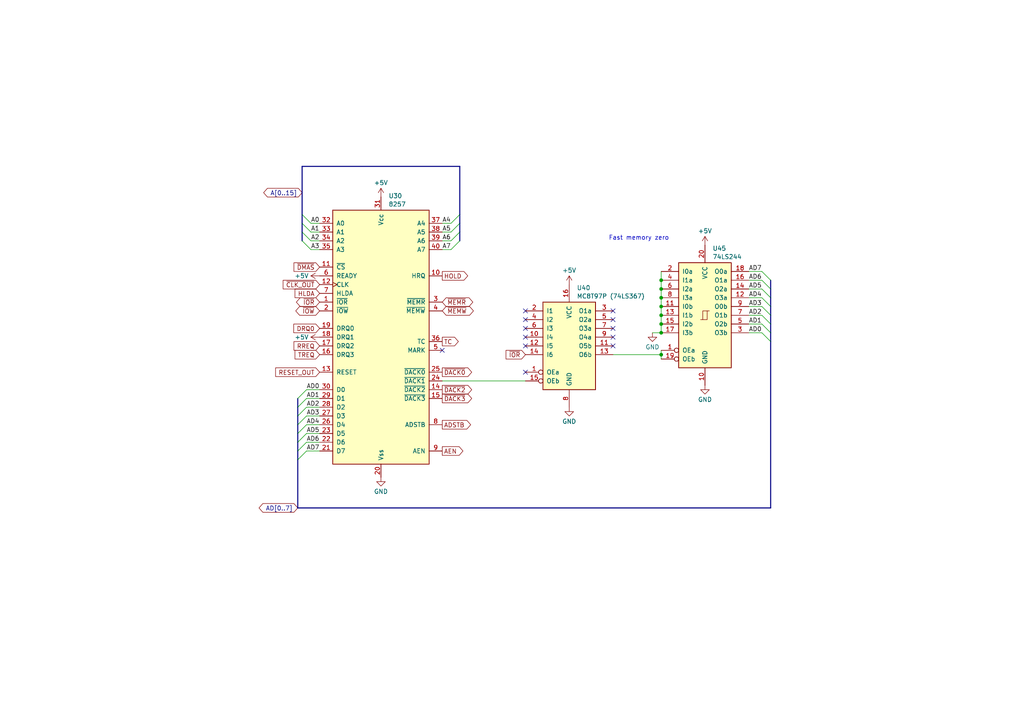
<source format=kicad_sch>
(kicad_sch (version 20230121) (generator eeschema)
  (paper "A4")
  (title_block (title "Iskra Delta Partner Video (text) 30 797 044") (date "2023-08-17") (rev "1") (company "Jernej Jakob <jernej.jakob@gmail.com>") (comment 1 "reverse engineered by hand"))
  (lib_symbols
    (symbol "74xx:74LS244" (pin_names (offset 1.016))
      (property "Reference" "U" (at -7.62 16.51 0))
      (property "Value" "74LS244" (at -7.62 -16.51 0))
      (symbol "74LS244_1_0"
        (polyline (pts (xy -0.635 -1.27) (xy -0.635 1.27) (xy 0.635 1.27)))
        (polyline (pts (xy -1.27 -1.27) (xy 0.635 -1.27) (xy 0.635 1.27) (xy 1.27 1.27)))
        (pin input inverted (at -12.7 -10.16 0) (length 5.08) (name "OEa") (number "1"))
        (pin power_in line (at 0 -20.32 90) (length 5.08) (name "GND") (number "10"))
        (pin input line (at -12.7 2.54 0) (length 5.08) (name "I0b") (number "11"))
        (pin tri_state line (at 12.7 5.08 180) (length 5.08) (name "O3a") (number "12"))
        (pin input line (at -12.7 0 0) (length 5.08) (name "I1b") (number "13"))
        (pin tri_state line (at 12.7 7.62 180) (length 5.08) (name "O2a") (number "14"))
        (pin input line (at -12.7 -2.54 0) (length 5.08) (name "I2b") (number "15"))
        (pin tri_state line (at 12.7 10.16 180) (length 5.08) (name "O1a") (number "16"))
        (pin input line (at -12.7 -5.08 0) (length 5.08) (name "I3b") (number "17"))
        (pin tri_state line (at 12.7 12.7 180) (length 5.08) (name "O0a") (number "18"))
        (pin input inverted (at -12.7 -12.7 0) (length 5.08) (name "OEb") (number "19"))
        (pin input line (at -12.7 12.7 0) (length 5.08) (name "I0a") (number "2"))
        (pin power_in line (at 0 20.32 270) (length 5.08) (name "VCC") (number "20"))
        (pin tri_state line (at 12.7 -5.08 180) (length 5.08) (name "O3b") (number "3"))
        (pin input line (at -12.7 10.16 0) (length 5.08) (name "I1a") (number "4"))
        (pin tri_state line (at 12.7 -2.54 180) (length 5.08) (name "O2b") (number "5"))
        (pin input line (at -12.7 7.62 0) (length 5.08) (name "I2a") (number "6"))
        (pin tri_state line (at 12.7 0 180) (length 5.08) (name "O1b") (number "7"))
        (pin input line (at -12.7 5.08 0) (length 5.08) (name "I3a") (number "8"))
        (pin tri_state line (at 12.7 2.54 180) (length 5.08) (name "O0b") (number "9"))
      )
      (symbol "74LS244_1_1"
        (rectangle (start -7.62 15.24) (end 7.62 -15.24) (stroke (width 0.254)) (fill (type background)))
      )
    )
    (symbol "74xx:74LS367" (pin_names (offset 1.016))
      (property "Reference" "U" (at -7.62 13.97 0))
      (property "Value" "74LS367" (at -7.62 -13.97 0))
      (symbol "74LS367_1_0"
        (pin input inverted (at -12.7 -7.62 0) (length 5.08) (name "OEa") (number "1"))
        (pin input line (at -12.7 2.54 0) (length 5.08) (name "I4") (number "10"))
        (pin tri_state line (at 12.7 0 180) (length 5.08) (name "O5b") (number "11"))
        (pin input line (at -12.7 0 0) (length 5.08) (name "I5") (number "12"))
        (pin tri_state line (at 12.7 -2.54 180) (length 5.08) (name "O6b") (number "13"))
        (pin input line (at -12.7 -2.54 0) (length 5.08) (name "I6") (number "14"))
        (pin input inverted (at -12.7 -10.16 0) (length 5.08) (name "OEb") (number "15"))
        (pin power_in line (at 0 17.78 270) (length 5.08) (name "VCC") (number "16"))
        (pin input line (at -12.7 10.16 0) (length 5.08) (name "I1") (number "2"))
        (pin tri_state line (at 12.7 10.16 180) (length 5.08) (name "O1a") (number "3"))
        (pin input line (at -12.7 7.62 0) (length 5.08) (name "I2") (number "4"))
        (pin tri_state line (at 12.7 7.62 180) (length 5.08) (name "O2a") (number "5"))
        (pin input line (at -12.7 5.08 0) (length 5.08) (name "I3") (number "6"))
        (pin tri_state line (at 12.7 5.08 180) (length 5.08) (name "O3a") (number "7"))
        (pin power_in line (at 0 -17.78 90) (length 5.08) (name "GND") (number "8"))
        (pin tri_state line (at 12.7 2.54 180) (length 5.08) (name "O4a") (number "9"))
      )
      (symbol "74LS367_1_1"
        (rectangle (start -7.62 12.7) (end 7.62 -12.7) (stroke (width 0.254)) (fill (type background)))
      )
    )
    (symbol "8085:8257" (pin_names (offset 1.016))
      (property "Reference" "U" (at -13.97 38.1 0))
      (property "Value" "8257" (at 8.89 38.1 0))
      (symbol "8257_1_1"
        (rectangle (start -13.97 36.83) (end 13.97 -36.83) (stroke (width 0.254)) (fill (type background)))
        (pin bidirectional line (at -17.78 10.16 0) (length 3.81) (name "~{IOR}") (number "1"))
        (pin output line (at 17.78 17.78 180) (length 3.81) (name "HRQ") (number "10"))
        (pin input line (at -17.78 20.32 0) (length 3.81) (name "~{CS}") (number "11"))
        (pin input clock (at -17.78 15.24 0) (length 3.81) (name "CLK") (number "12"))
        (pin input line (at -17.78 -10.16 0) (length 3.81) (name "RESET") (number "13"))
        (pin output line (at 17.78 -15.24 180) (length 3.81) (name "~{DACK2}") (number "14"))
        (pin output line (at 17.78 -17.78 180) (length 3.81) (name "~{DACK3}") (number "15"))
        (pin input line (at -17.78 -5.08 0) (length 3.81) (name "DRQ3") (number "16"))
        (pin input line (at -17.78 -2.54 0) (length 3.81) (name "DRQ2") (number "17"))
        (pin input line (at -17.78 0 0) (length 3.81) (name "DRQ1") (number "18"))
        (pin input line (at -17.78 2.54 0) (length 3.81) (name "DRQ0") (number "19"))
        (pin bidirectional line (at -17.78 7.62 0) (length 3.81) (name "~{IOW}") (number "2"))
        (pin power_in line (at 0 -40.64 90) (length 3.81) (name "Vss") (number "20"))
        (pin bidirectional line (at -17.78 -33.02 0) (length 3.81) (name "D7") (number "21"))
        (pin bidirectional line (at -17.78 -30.48 0) (length 3.81) (name "D6") (number "22"))
        (pin bidirectional line (at -17.78 -27.94 0) (length 3.81) (name "D5") (number "23"))
        (pin output line (at 17.78 -12.7 180) (length 3.81) (name "~{DACK1}") (number "24"))
        (pin output line (at 17.78 -10.16 180) (length 3.81) (name "~{DACK0}") (number "25"))
        (pin bidirectional line (at -17.78 -25.4 0) (length 3.81) (name "D4") (number "26"))
        (pin bidirectional line (at -17.78 -22.86 0) (length 3.81) (name "D3") (number "27"))
        (pin bidirectional line (at -17.78 -20.32 0) (length 3.81) (name "D2") (number "28"))
        (pin bidirectional line (at -17.78 -17.78 0) (length 3.81) (name "D1") (number "29"))
        (pin tri_state line (at 17.78 10.16 180) (length 3.81) (name "~{MEMR}") (number "3"))
        (pin bidirectional line (at -17.78 -15.24 0) (length 3.81) (name "D0") (number "30"))
        (pin power_in line (at 0 40.64 270) (length 3.81) (name "Vcc") (number "31"))
        (pin bidirectional line (at -17.78 33.02 0) (length 3.81) (name "A0") (number "32"))
        (pin bidirectional line (at -17.78 30.48 0) (length 3.81) (name "A1") (number "33"))
        (pin bidirectional line (at -17.78 27.94 0) (length 3.81) (name "A2") (number "34"))
        (pin bidirectional line (at -17.78 25.4 0) (length 3.81) (name "A3") (number "35"))
        (pin output line (at 17.78 -1.27 180) (length 3.81) (name "TC") (number "36"))
        (pin tri_state line (at 17.78 33.02 180) (length 3.81) (name "A4") (number "37"))
        (pin tri_state line (at 17.78 30.48 180) (length 3.81) (name "A5") (number "38"))
        (pin tri_state line (at 17.78 27.94 180) (length 3.81) (name "A6") (number "39"))
        (pin tri_state line (at 17.78 7.62 180) (length 3.81) (name "~{MEMW}") (number "4"))
        (pin tri_state line (at 17.78 25.4 180) (length 3.81) (name "A7") (number "40"))
        (pin output line (at 17.78 -3.81 180) (length 3.81) (name "MARK") (number "5"))
        (pin input line (at -17.78 17.78 0) (length 3.81) (name "READY") (number "6"))
        (pin input line (at -17.78 12.7 0) (length 3.81) (name "HLDA") (number "7"))
        (pin output line (at 17.78 -25.4 180) (length 3.81) (name "ADSTB") (number "8"))
        (pin output line (at 17.78 -33.02 180) (length 3.81) (name "AEN") (number "9"))
      )
    )
    (symbol "power:+5V" (power) (pin_names (offset 0))
      (property "Value" "+5V" (at 0 3.556 0))
      (symbol "+5V_0_1"
        (polyline (pts (xy -0.762 1.27) (xy 0 2.54)))
        (polyline (pts (xy 0 0) (xy 0 2.54)))
        (polyline (pts (xy 0 2.54) (xy 0.762 1.27)))
      )
      (symbol "+5V_1_1"
        (pin power_in line (at 0 0 90) (length 0) hide (name "+5V") (number "1"))
      )
    )
    (symbol "power:GND" (power) (pin_names (offset 0))
      (property "Value" "GND" (at 0 -3.81 0))
      (symbol "GND_0_1"
        (polyline (pts (xy 0 0) (xy 0 -1.27) (xy 1.27 -1.27) (xy 0 -2.54) (xy -1.27 -1.27) (xy 0 -1.27)))
      )
      (symbol "GND_1_1"
        (pin power_in line (at 0 0 270) (length 0) hide (name "GND") (number "1"))
      )
    )
  )
  (junction (at 191.77 81.28))
  (junction (at 191.77 91.44))
  (junction (at 191.77 102.87))
  (junction (at 191.77 96.52))
  (junction (at 191.77 86.36))
  (junction (at 191.77 93.98))
  (junction (at 191.77 88.9))
  (junction (at 191.77 83.82))
  (no_connect (at 177.8 97.79))
  (no_connect (at 152.4 107.95))
  (no_connect (at 152.4 90.17))
  (no_connect (at 152.4 92.71))
  (no_connect (at 177.8 100.33))
  (no_connect (at 128.27 101.6))
  (no_connect (at 177.8 92.71))
  (no_connect (at 152.4 95.25))
  (no_connect (at 177.8 90.17))
  (no_connect (at 177.8 95.25))
  (no_connect (at 152.4 100.33))
  (no_connect (at 152.4 97.79))
  (bus_entry (at 220.98 88.9) (size 2.54 2.54))
  (bus_entry (at 133.35 64.77) (size -2.54 2.54))
  (bus_entry (at 220.98 86.36) (size 2.54 2.54))
  (bus_entry (at 88.9 130.81) (size -2.54 2.54))
  (bus_entry (at 133.35 69.85) (size -2.54 2.54))
  (bus_entry (at 88.9 113.03) (size -2.54 2.54))
  (bus_entry (at 220.98 93.98) (size 2.54 2.54))
  (bus_entry (at 88.9 125.73) (size -2.54 2.54))
  (bus_entry (at 88.9 115.57) (size -2.54 2.54))
  (bus_entry (at 87.63 62.23) (size 2.54 2.54))
  (bus_entry (at 133.35 62.23) (size -2.54 2.54))
  (bus_entry (at 87.63 69.85) (size 2.54 2.54))
  (bus_entry (at 220.98 81.28) (size 2.54 2.54))
  (bus_entry (at 220.98 83.82) (size 2.54 2.54))
  (bus_entry (at 220.98 78.74) (size 2.54 2.54))
  (bus_entry (at 88.9 118.11) (size -2.54 2.54))
  (bus_entry (at 88.9 120.65) (size -2.54 2.54))
  (bus_entry (at 87.63 64.77) (size 2.54 2.54))
  (bus_entry (at 88.9 123.19) (size -2.54 2.54))
  (bus_entry (at 220.98 91.44) (size 2.54 2.54))
  (bus_entry (at 133.35 67.31) (size -2.54 2.54))
  (bus_entry (at 87.63 67.31) (size 2.54 2.54))
  (bus_entry (at 220.98 96.52) (size 2.54 2.54))
  (bus_entry (at 88.9 128.27) (size -2.54 2.54))
  (bus (pts (xy 223.52 96.52) (xy 223.52 99.06)))
  (wire (pts (xy 217.17 78.74) (xy 220.98 78.74)))
  (wire (pts (xy 90.17 69.85) (xy 92.71 69.85)))
  (bus (pts (xy 223.52 83.82) (xy 223.52 86.36)))
  (wire (pts (xy 128.27 69.85) (xy 130.81 69.85)))
  (wire (pts (xy 88.9 130.81) (xy 92.71 130.81)))
  (bus (pts (xy 223.52 88.9) (xy 223.52 91.44)))
  (wire (pts (xy 88.9 125.73) (xy 92.71 125.73)))
  (wire (pts (xy 191.77 86.36) (xy 191.77 88.9)))
  (wire (pts (xy 88.9 115.57) (xy 92.71 115.57)))
  (wire (pts (xy 88.9 123.19) (xy 92.71 123.19)))
  (wire (pts (xy 217.17 86.36) (xy 220.98 86.36)))
  (wire (pts (xy 128.27 64.77) (xy 130.81 64.77)))
  (bus (pts (xy 87.63 48.26) (xy 133.35 48.26)))
  (bus (pts (xy 223.52 81.28) (xy 223.52 83.82)))
  (bus (pts (xy 86.36 120.65) (xy 86.36 123.19)))
  (bus (pts (xy 223.52 99.06) (xy 223.52 147.32)))
  (bus (pts (xy 86.36 130.81) (xy 86.36 133.35)))
  (wire (pts (xy 191.77 83.82) (xy 191.77 86.36)))
  (wire (pts (xy 191.77 102.87) (xy 191.77 104.14)))
  (wire (pts (xy 177.8 102.87) (xy 191.77 102.87)))
  (bus (pts (xy 223.52 93.98) (xy 223.52 96.52)))
  (bus (pts (xy 223.52 86.36) (xy 223.52 88.9)))
  (bus (pts (xy 223.52 91.44) (xy 223.52 93.98)))
  (wire (pts (xy 189.23 96.52) (xy 191.77 96.52)))
  (bus (pts (xy 87.63 69.85) (xy 87.63 67.31)))
  (bus (pts (xy 86.36 133.35) (xy 86.36 147.32)))
  (wire (pts (xy 217.17 88.9) (xy 220.98 88.9)))
  (bus (pts (xy 133.35 67.31) (xy 133.35 69.85)))
  (bus (pts (xy 133.35 64.77) (xy 133.35 67.31)))
  (wire (pts (xy 191.77 81.28) (xy 191.77 83.82)))
  (bus (pts (xy 86.36 125.73) (xy 86.36 128.27)))
  (wire (pts (xy 88.9 120.65) (xy 92.71 120.65)))
  (wire (pts (xy 88.9 113.03) (xy 92.71 113.03)))
  (wire (pts (xy 217.17 93.98) (xy 220.98 93.98)))
  (wire (pts (xy 90.17 64.77) (xy 92.71 64.77)))
  (wire (pts (xy 191.77 88.9) (xy 191.77 91.44)))
  (wire (pts (xy 90.17 67.31) (xy 92.71 67.31)))
  (wire (pts (xy 191.77 91.44) (xy 191.77 93.98)))
  (wire (pts (xy 217.17 96.52) (xy 220.98 96.52)))
  (bus (pts (xy 87.63 48.26) (xy 87.63 62.23)))
  (wire (pts (xy 128.27 67.31) (xy 130.81 67.31)))
  (bus (pts (xy 87.63 67.31) (xy 87.63 64.77)))
  (wire (pts (xy 88.9 128.27) (xy 92.71 128.27)))
  (wire (pts (xy 128.27 110.49) (xy 152.4 110.49)))
  (wire (pts (xy 128.27 72.39) (xy 130.81 72.39)))
  (bus (pts (xy 86.36 123.19) (xy 86.36 125.73)))
  (wire (pts (xy 90.17 72.39) (xy 92.71 72.39)))
  (bus (pts (xy 87.63 64.77) (xy 87.63 62.23)))
  (wire (pts (xy 191.77 93.98) (xy 191.77 96.52)))
  (wire (pts (xy 217.17 91.44) (xy 220.98 91.44)))
  (wire (pts (xy 217.17 81.28) (xy 220.98 81.28)))
  (wire (pts (xy 191.77 78.74) (xy 191.77 81.28)))
  (bus (pts (xy 133.35 62.23) (xy 133.35 64.77)))
  (wire (pts (xy 217.17 83.82) (xy 220.98 83.82)))
  (wire (pts (xy 88.9 118.11) (xy 92.71 118.11)))
  (bus (pts (xy 133.35 48.26) (xy 133.35 62.23)))
  (bus (pts (xy 86.36 115.57) (xy 86.36 118.11)))
  (bus (pts (xy 86.36 118.11) (xy 86.36 120.65)))
  (bus (pts (xy 86.36 147.32) (xy 223.52 147.32)))
  (wire (pts (xy 191.77 101.6) (xy 191.77 102.87)))
  (bus (pts (xy 86.36 128.27) (xy 86.36 130.81)))
  (text "Fast memory zero" (at 176.53 69.85 0) (effects (font (size 1.27 1.27)) (justify left bottom)))
  (label "A7" (at 128.27 72.39 0))
  (label "AD1" (at 88.9 115.57 0))
  (label "A5" (at 128.27 67.31 0))
  (label "AD0" (at 88.9 113.03 0))
  (label "A3" (at 90.17 72.39 0))
  (label "A2" (at 90.17 69.85 0))
  (label "AD6" (at 217.17 81.28 0))
  (label "AD2" (at 88.9 118.11 0))
  (label "AD7" (at 217.17 78.74 0))
  (label "AD6" (at 88.9 128.27 0))
  (label "AD2" (at 217.17 91.44 0))
  (label "AD4" (at 88.9 123.19 0))
  (label "AD7" (at 88.9 130.81 0))
  (label "A1" (at 90.17 67.31 0))
  (label "AD3" (at 217.17 88.9 0))
  (label "AD3" (at 88.9 120.65 0))
  (label "AD5" (at 217.17 83.82 0))
  (label "A4" (at 128.27 64.77 0))
  (label "AD5" (at 88.9 125.73 0))
  (label "AD4" (at 217.17 86.36 0))
  (label "A0" (at 90.17 64.77 0))
  (label "AD1" (at 217.17 93.98 0))
  (label "A6" (at 128.27 69.85 0))
  (label "AD0" (at 217.17 96.52 0))
  (global_label "~{DACK2}" (shape output) (at 128.27 113.03 0) (property "Intersheetrefs" "${INTERSHEET_REFS}" (effects hide)))
  (global_label "HLDA" (shape input) (at 92.71 85.09 180) (property "Intersheetrefs" "${INTERSHEET_REFS}" (effects hide)))
  (global_label "A[0..15]" (shape bidirectional) (at 87.63 55.88 180) (property "Intersheetrefs" "${INTERSHEET_REFS}" (effects hide)))
  (global_label "TREQ" (shape input) (at 92.71 102.87 180) (property "Intersheetrefs" "${INTERSHEET_REFS}" (effects hide)))
  (global_label "~{CLK_OUT}" (shape input) (at 92.71 82.55 180) (property "Intersheetrefs" "${INTERSHEET_REFS}" (effects hide)))
  (global_label "~{IOR}" (shape input) (at 152.4 102.87 180) (property "Intersheetrefs" "${INTERSHEET_REFS}" (effects hide)))
  (global_label "RESET_OUT" (shape input) (at 92.71 107.95 180) (property "Intersheetrefs" "${INTERSHEET_REFS}" (effects hide)))
  (global_label "DRQ0" (shape input) (at 92.71 95.25 180) (property "Intersheetrefs" "${INTERSHEET_REFS}" (effects hide)))
  (global_label "HOLD" (shape output) (at 128.27 80.01 0) (property "Intersheetrefs" "${INTERSHEET_REFS}" (effects hide)))
  (global_label "~{DACK3}" (shape output) (at 128.27 115.57 0) (property "Intersheetrefs" "${INTERSHEET_REFS}" (effects hide)))
  (global_label "~{IOR}" (shape tri_state) (at 92.71 87.63 180) (property "Intersheetrefs" "${INTERSHEET_REFS}" (effects hide)))
  (global_label "ADSTB" (shape output) (at 128.27 123.19 0) (property "Intersheetrefs" "${INTERSHEET_REFS}" (effects hide)))
  (global_label "~{DMAS}" (shape input) (at 92.71 77.47 180) (property "Intersheetrefs" "${INTERSHEET_REFS}" (effects hide)))
  (global_label "~{IOW}" (shape tri_state) (at 92.71 90.17 180) (property "Intersheetrefs" "${INTERSHEET_REFS}" (effects hide)))
  (global_label "AEN" (shape output) (at 128.27 130.81 0) (property "Intersheetrefs" "${INTERSHEET_REFS}" (effects hide)))
  (global_label "AD[0..7]" (shape bidirectional) (at 86.36 147.32 180) (property "Intersheetrefs" "${INTERSHEET_REFS}" (effects hide)))
  (global_label "RREQ" (shape input) (at 92.71 100.33 180) (property "Intersheetrefs" "${INTERSHEET_REFS}" (effects hide)))
  (global_label "~{MEMW}" (shape tri_state) (at 128.27 90.17 0) (property "Intersheetrefs" "${INTERSHEET_REFS}" (effects hide)))
  (global_label "~{DACK0}" (shape output) (at 128.27 107.95 0) (property "Intersheetrefs" "${INTERSHEET_REFS}" (effects hide)))
  (global_label "TC" (shape output) (at 128.27 99.06 0) (property "Intersheetrefs" "${INTERSHEET_REFS}" (effects hide)))
  (global_label "~{MEMR}" (shape tri_state) (at 128.27 87.63 0) (property "Intersheetrefs" "${INTERSHEET_REFS}" (effects hide)))
  (symbol (lib_id "74xx:74LS244") (at 204.47 91.44 0) (unit 1)
    (property "Reference" "U45" (at 206.6641 72.0557 0) (effects (justify left)))
    (property "Value" "74LS244" (at 206.6641 74.4799 0) (effects (justify left)))
    (property "Datasheet" "http://www.ti.com/lit/ds/symlink/sn74ls244.pdf" (effects hide))
  )
  (symbol (lib_id "8085:8257") (at 110.49 97.79 0) (unit 1)
    (property "Reference" "U30" (at 112.6841 56.8157 0) (effects (justify left)))
    (property "Value" "8257" (at 112.6841 59.2399 0) (effects (justify left)))
    (property "Datasheet" "http://www.eecs.northwestern.edu/~ypa448/Microp/8257.pdf" (effects hide))
  )
  (symbol (lib_id "power:+5V") (at 204.47 71.12 0) (unit 1)
    (property "Reference" "#PWR046" (effects hide))
    (property "Value" "+5V" (at 204.47 66.9869 0))
  )
  (symbol (lib_id "power:+5V") (at 92.71 97.79 90) (unit 1)
    (property "Reference" "#PWR044" (effects hide))
    (property "Value" "+5V" (at 89.5351 97.79 90) (effects (justify left)))
  )
  (symbol (lib_id "power:+5V") (at 165.1 82.55 0) (unit 1)
    (property "Reference" "#PWR045" (effects hide))
    (property "Value" "+5V" (at 165.1 78.4169 0))
  )
  (symbol (lib_id "power:+5V") (at 92.71 80.01 90) (unit 1)
    (property "Reference" "#PWR040" (effects hide))
    (property "Value" "+5V" (at 89.5351 80.01 90) (effects (justify left)))
  )
  (symbol (lib_id "power:GND") (at 165.1 118.11 0) (unit 1)
    (property "Reference" "#PWR047" (effects hide))
    (property "Value" "GND" (at 165.1 122.2431 0))
  )
  (symbol (lib_id "74xx:74LS367") (at 165.1 100.33 0) (unit 1)
    (property "Reference" "U40" (at 167.2941 83.4857 0) (effects (justify left)))
    (property "Value" "MC8T97P (74LS367)" (at 167.2941 85.9099 0) (effects (justify left)))
    (property "Datasheet" "http://www.ti.com/lit/gpn/sn74LS367" (effects hide))
  )
  (symbol (lib_id "power:GND") (at 189.23 96.52 0) (unit 1)
    (property "Reference" "#PWR049" (effects hide))
    (property "Value" "GND" (at 189.23 100.6531 0))
  )
  (symbol (lib_id "power:+5V") (at 110.49 57.15 0) (unit 1)
    (property "Reference" "#PWR042" (effects hide))
    (property "Value" "+5V" (at 110.49 53.0169 0))
  )
  (symbol (lib_id "power:GND") (at 204.47 111.76 0) (unit 1)
    (property "Reference" "#PWR048" (effects hide))
    (property "Value" "GND" (at 204.47 115.8931 0))
  )
  (symbol (lib_id "power:GND") (at 110.49 138.43 0) (unit 1)
    (property "Reference" "#PWR043" (effects hide))
    (property "Value" "GND" (at 110.49 142.5631 0))
  )
)
</source>
